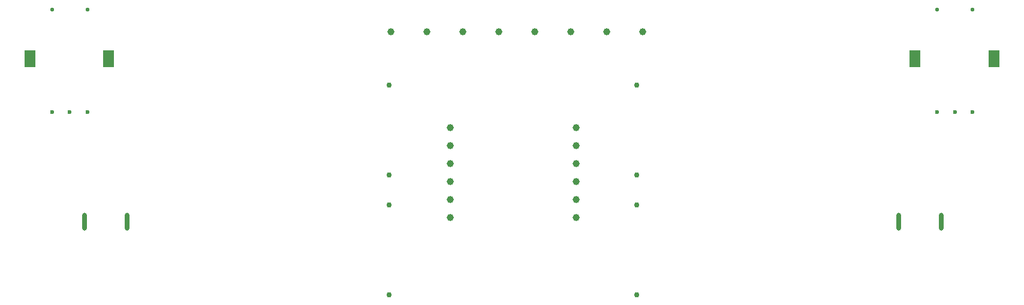
<source format=gbr>
%TF.GenerationSoftware,Altium Limited,Altium Designer,24.10.1 (45)*%
G04 Layer_Color=0*
%FSLAX45Y45*%
%MOMM*%
%TF.SameCoordinates,6FDAC12A-6018-4021-8F52-C8B52F5C83F9*%
%TF.FilePolarity,Positive*%
%TF.FileFunction,Plated,1,2,PTH,Drill*%
%TF.Part,Single*%
G01*
G75*
%TA.AperFunction,ComponentDrill*%
%ADD29O,0.60000X2.54000*%
%ADD30C,1.00000*%
%ADD31C,0.75000*%
%ADD32C,0.60000*%
%ADD33C,0.56000*%
%ADD34R,1.60000X2.40000*%
%TA.AperFunction,ViaDrill,NotFilled*%
%ADD35C,1.00000*%
D29*
X13700000Y1500000D02*
D03*
X14300000D02*
D03*
X2200000D02*
D03*
X2800000D02*
D03*
D30*
X7366000Y2832100D02*
D03*
Y2578100D02*
D03*
Y2324100D02*
D03*
Y2070100D02*
D03*
Y1816100D02*
D03*
Y1562100D02*
D03*
X9144000Y2832100D02*
D03*
Y2578100D02*
D03*
Y2324100D02*
D03*
Y2070100D02*
D03*
Y1816100D02*
D03*
Y1562100D02*
D03*
D31*
X10000000Y1736600D02*
D03*
Y466600D02*
D03*
X6500000Y1736600D02*
D03*
Y466600D02*
D03*
Y3436600D02*
D03*
Y2166600D02*
D03*
X10000000Y3436600D02*
D03*
Y2166600D02*
D03*
D32*
X1990400Y3053100D02*
D03*
X2240400D02*
D03*
X1740400D02*
D03*
X14490401D02*
D03*
X14740401D02*
D03*
X14240401D02*
D03*
D33*
X2240400Y4503100D02*
D03*
X1740400D02*
D03*
X14740401D02*
D03*
X14240401D02*
D03*
D34*
X1430400Y3803100D02*
D03*
X2540400D02*
D03*
X13930400D02*
D03*
X15040401D02*
D03*
D35*
X10083800Y4191000D02*
D03*
X9575800D02*
D03*
X9067800D02*
D03*
X8559800D02*
D03*
X8051800D02*
D03*
X7543800D02*
D03*
X7035800D02*
D03*
X6527800D02*
D03*
%TF.MD5,959048ee96922121a4b3b730b677ca15*%
M02*

</source>
